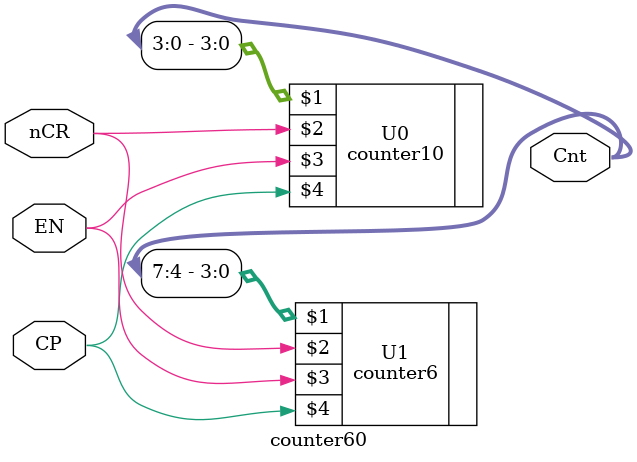
<source format=v>
module counter60(Cnt,nCR,EN,CP);
	input nCR,EN,CP;
	output [7:0] Cnt;
	wire [7:0] Cnt;
	counter10 U0(Cnt[3:0],nCR,EN,CP);
	counter6  U1(Cnt[7:4],nCR,EN,CP);
	assign ENP=(Cnt[3:0]==4'h9);
endmodule

</source>
